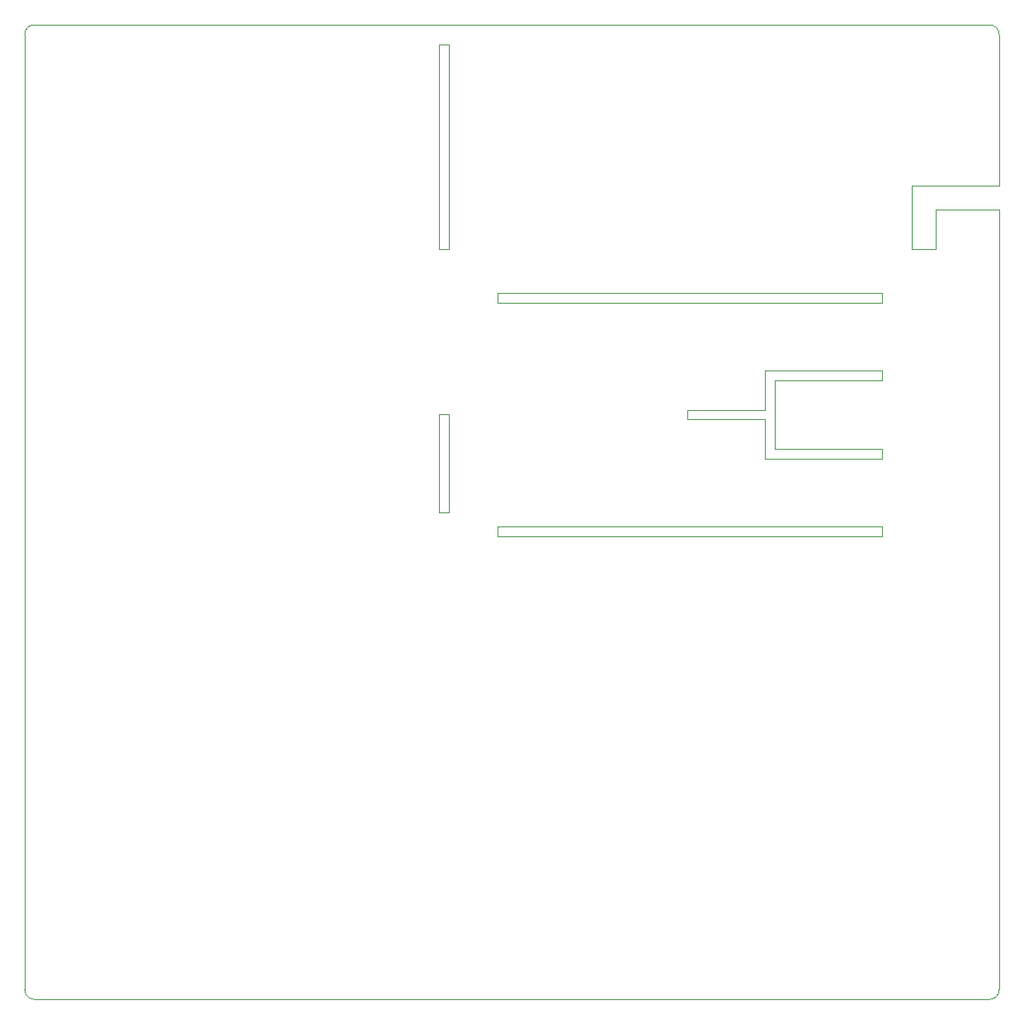
<source format=gm1>
G04 #@! TF.GenerationSoftware,KiCad,Pcbnew,5.1.4-e60b266~84~ubuntu18.04.1*
G04 #@! TF.CreationDate,2019-09-05T01:59:36+01:00*
G04 #@! TF.ProjectId,psu,7073752e-6b69-4636-9164-5f7063625858,1*
G04 #@! TF.SameCoordinates,Original*
G04 #@! TF.FileFunction,Profile,NP*
%FSLAX46Y46*%
G04 Gerber Fmt 4.6, Leading zero omitted, Abs format (unit mm)*
G04 Created by KiCad (PCBNEW 5.1.4-e60b266~84~ubuntu18.04.1) date 2019-09-05 01:59:36*
%MOMM*%
%LPD*%
G04 APERTURE LIST*
%ADD10C,0.050000*%
G04 APERTURE END LIST*
D10*
X177000000Y-93500000D02*
X177000000Y-86500000D01*
X176000000Y-90500000D02*
X176000000Y-94500000D01*
X176000000Y-89500000D02*
X176000000Y-85500000D01*
X143500000Y-90000000D02*
X142500000Y-90000000D01*
X143500000Y-100000000D02*
X143500000Y-90000000D01*
X142500000Y-100000000D02*
X143500000Y-100000000D01*
X142500000Y-90000000D02*
X142500000Y-100000000D01*
X142500000Y-73000000D02*
X142500000Y-52000000D01*
X143500000Y-73000000D02*
X142500000Y-73000000D01*
X143500000Y-52000000D02*
X143500000Y-73000000D01*
X142500000Y-52000000D02*
X143500000Y-52000000D01*
X200000000Y-66500000D02*
X200000000Y-51000000D01*
X191000000Y-66500000D02*
X200000000Y-66500000D01*
X191000000Y-73000000D02*
X191000000Y-66500000D01*
X193500000Y-73000000D02*
X191000000Y-73000000D01*
X193500000Y-69000000D02*
X193500000Y-73000000D01*
X200000000Y-69000000D02*
X193500000Y-69000000D01*
X168000000Y-89500000D02*
X176000000Y-89500000D01*
X168000000Y-90500000D02*
X168000000Y-89500000D01*
X176000000Y-90500000D02*
X168000000Y-90500000D01*
X188000000Y-94500000D02*
X188000000Y-93500000D01*
X176000000Y-94500000D02*
X188000000Y-94500000D01*
X188000000Y-93500000D02*
X177000000Y-93500000D01*
X188000000Y-86500000D02*
X188000000Y-85500000D01*
X177000000Y-86500000D02*
X188000000Y-86500000D01*
X188000000Y-85500000D02*
X176000000Y-85500000D01*
X148500000Y-77500000D02*
X188000000Y-77500000D01*
X148500000Y-78500000D02*
X148500000Y-77500000D01*
X188000000Y-78500000D02*
X148500000Y-78500000D01*
X188000000Y-77500000D02*
X188000000Y-78500000D01*
X148500000Y-101500000D02*
X188000000Y-101500000D01*
X148500000Y-102500000D02*
X148500000Y-101500000D01*
X188000000Y-102500000D02*
X148500000Y-102500000D01*
X188000000Y-101500000D02*
X188000000Y-102500000D01*
X200000000Y-69000000D02*
X200000000Y-149000000D01*
X199000000Y-50000000D02*
G75*
G02X200000000Y-51000000I0J-1000000D01*
G01*
X200000000Y-149000000D02*
G75*
G02X199000000Y-150000000I-1000000J0D01*
G01*
X101000000Y-150000000D02*
G75*
G02X100000000Y-149000000I0J1000000D01*
G01*
X100000000Y-51000000D02*
G75*
G02X101000000Y-50000000I1000000J0D01*
G01*
X199000000Y-50000000D02*
X101000000Y-50000000D01*
X101000000Y-150000000D02*
X199000000Y-150000000D01*
X100000000Y-51000000D02*
X100000000Y-149000000D01*
M02*

</source>
